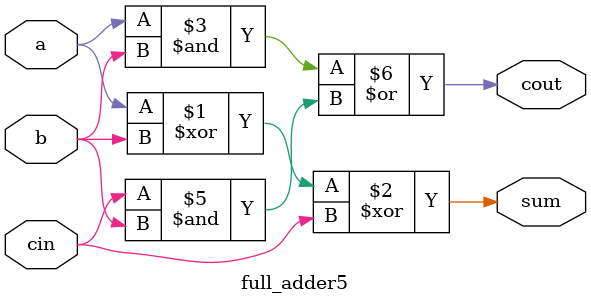
<source format=v>
module full_adder5(a,b,cin,sum,cout);
input a,b,cin;
output sum,cout;
assign sum = a^b^cin;
assign cout = a&b|cin&(1'b0|b); 
// initial begin
//     $display("The incorrect adder with or0 having in1/0");
// end   
endmodule
</source>
